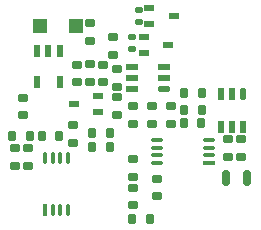
<source format=gtp>
G04*
G04 #@! TF.GenerationSoftware,Altium Limited,Altium Designer,22.6.1 (34)*
G04*
G04 Layer_Color=8421504*
%FSLAX44Y44*%
%MOMM*%
G71*
G04*
G04 #@! TF.SameCoordinates,CFF22713-5BA4-4343-9F65-DF9A29BEA822*
G04*
G04*
G04 #@! TF.FilePolarity,Positive*
G04*
G01*
G75*
G04:AMPARAMS|DCode=16|XSize=0.6mm|YSize=0.9mm|CornerRadius=0.15mm|HoleSize=0mm|Usage=FLASHONLY|Rotation=90.000|XOffset=0mm|YOffset=0mm|HoleType=Round|Shape=RoundedRectangle|*
%AMROUNDEDRECTD16*
21,1,0.6000,0.6000,0,0,90.0*
21,1,0.3000,0.9000,0,0,90.0*
1,1,0.3000,0.3000,0.1500*
1,1,0.3000,0.3000,-0.1500*
1,1,0.3000,-0.3000,-0.1500*
1,1,0.3000,-0.3000,0.1500*
%
%ADD16ROUNDEDRECTD16*%
G04:AMPARAMS|DCode=17|XSize=0.6mm|YSize=0.9mm|CornerRadius=0.15mm|HoleSize=0mm|Usage=FLASHONLY|Rotation=180.000|XOffset=0mm|YOffset=0mm|HoleType=Round|Shape=RoundedRectangle|*
%AMROUNDEDRECTD17*
21,1,0.6000,0.6000,0,0,180.0*
21,1,0.3000,0.9000,0,0,180.0*
1,1,0.3000,-0.1500,0.3000*
1,1,0.3000,0.1500,0.3000*
1,1,0.3000,0.1500,-0.3000*
1,1,0.3000,-0.1500,-0.3000*
%
%ADD17ROUNDEDRECTD17*%
%ADD18R,1.2000X1.2000*%
G04:AMPARAMS|DCode=19|XSize=0.7mm|YSize=1.3mm|CornerRadius=0.175mm|HoleSize=0mm|Usage=FLASHONLY|Rotation=180.000|XOffset=0mm|YOffset=0mm|HoleType=Round|Shape=RoundedRectangle|*
%AMROUNDEDRECTD19*
21,1,0.7000,0.9500,0,0,180.0*
21,1,0.3500,1.3000,0,0,180.0*
1,1,0.3500,-0.1750,0.4750*
1,1,0.3500,0.1750,0.4750*
1,1,0.3500,0.1750,-0.4750*
1,1,0.3500,-0.1750,-0.4750*
%
%ADD19ROUNDEDRECTD19*%
%ADD20R,0.5000X1.0000*%
%ADD21O,1.0000X0.3800*%
%ADD22R,1.0000X0.3800*%
%ADD23R,1.0000X0.5000*%
G04:AMPARAMS|DCode=24|XSize=0.5mm|YSize=1mm|CornerRadius=0mm|HoleSize=0mm|Usage=FLASHONLY|Rotation=90.000|XOffset=0mm|YOffset=0mm|HoleType=Round|Shape=Octagon|*
%AMOCTAGOND24*
4,1,8,-0.5000,-0.1250,-0.5000,0.1250,-0.3750,0.2500,0.3750,0.2500,0.5000,0.1250,0.5000,-0.1250,0.3750,-0.2500,-0.3750,-0.2500,-0.5000,-0.1250,0.0*
%
%ADD24OCTAGOND24*%

%ADD25O,0.3800X1.0000*%
%ADD26R,0.3800X1.0000*%
G04:AMPARAMS|DCode=27|XSize=0.5mm|YSize=0.62mm|CornerRadius=0.0625mm|HoleSize=0mm|Usage=FLASHONLY|Rotation=90.000|XOffset=0mm|YOffset=0mm|HoleType=Round|Shape=RoundedRectangle|*
%AMROUNDEDRECTD27*
21,1,0.5000,0.4950,0,0,90.0*
21,1,0.3750,0.6200,0,0,90.0*
1,1,0.1250,0.2475,0.1875*
1,1,0.1250,0.2475,-0.1875*
1,1,0.1250,-0.2475,-0.1875*
1,1,0.1250,-0.2475,0.1875*
%
%ADD27ROUNDEDRECTD27*%
%ADD28R,0.9000X0.5000*%
G04:AMPARAMS|DCode=29|XSize=0.5mm|YSize=1mm|CornerRadius=0mm|HoleSize=0mm|Usage=FLASHONLY|Rotation=180.000|XOffset=0mm|YOffset=0mm|HoleType=Round|Shape=Octagon|*
%AMOCTAGOND29*
4,1,8,0.1250,-0.5000,-0.1250,-0.5000,-0.2500,-0.3750,-0.2500,0.3750,-0.1250,0.5000,0.1250,0.5000,0.2500,0.3750,0.2500,-0.3750,0.1250,-0.5000,0.0*
%
%ADD29OCTAGOND29*%

D16*
X966943Y800217D02*
D03*
Y815217D02*
D03*
X956021Y765419D02*
D03*
Y780419D02*
D03*
X990311Y761609D02*
D03*
Y776609D02*
D03*
X967197Y780673D02*
D03*
Y765673D02*
D03*
X1024093Y683765D02*
D03*
Y668765D02*
D03*
X1003773Y661279D02*
D03*
Y676279D02*
D03*
X1004027Y700409D02*
D03*
Y685409D02*
D03*
X1019775Y730367D02*
D03*
Y745367D02*
D03*
X986501Y788787D02*
D03*
Y803787D02*
D03*
X990311Y737987D02*
D03*
Y752987D02*
D03*
X978627Y765419D02*
D03*
Y780419D02*
D03*
X1004027Y745113D02*
D03*
Y730113D02*
D03*
X1036285Y730367D02*
D03*
X1036285Y745367D02*
D03*
X952973Y728857D02*
D03*
Y713857D02*
D03*
X914873Y694807D02*
D03*
Y709807D02*
D03*
X903443Y694807D02*
D03*
Y709807D02*
D03*
X1083783Y717427D02*
D03*
Y702427D02*
D03*
X1095213Y717427D02*
D03*
Y702427D02*
D03*
X910968Y737382D02*
D03*
Y752382D02*
D03*
D17*
X984095Y722373D02*
D03*
X969095D02*
D03*
X941423Y720087D02*
D03*
X926423D02*
D03*
X969349Y710435D02*
D03*
X984349D02*
D03*
X916143Y720087D02*
D03*
X901143D02*
D03*
X1046565Y731009D02*
D03*
X1061565D02*
D03*
X1018131Y649729D02*
D03*
X1003131D02*
D03*
X1061819Y742185D02*
D03*
X1046819D02*
D03*
X1046819Y756663D02*
D03*
X1061819D02*
D03*
D18*
X955148Y812797D02*
D03*
X925398D02*
D03*
D19*
X1100653Y684527D02*
D03*
X1082653D02*
D03*
D20*
X922543Y765807D02*
D03*
X941543Y792107D02*
D03*
X932043D02*
D03*
X922543Y792107D02*
D03*
X941543Y765807D02*
D03*
X1087601Y727827D02*
D03*
X1097101Y727777D02*
D03*
X1078101Y755577D02*
D03*
X1087601D02*
D03*
X1078101Y727777D02*
D03*
D21*
X1023683Y716629D02*
D03*
X1023683Y710129D02*
D03*
Y703629D02*
D03*
X1023683Y697129D02*
D03*
X1067683Y716629D02*
D03*
Y710129D02*
D03*
Y703629D02*
D03*
D22*
Y697129D02*
D03*
D23*
X1002623Y768847D02*
D03*
X1002573Y759347D02*
D03*
X1030373Y778347D02*
D03*
Y768847D02*
D03*
X1002573Y778347D02*
D03*
D24*
X1030373Y759347D02*
D03*
D25*
X948753Y701447D02*
D03*
X942253Y701447D02*
D03*
X935753D02*
D03*
X929253Y701447D02*
D03*
X948753Y657447D02*
D03*
X942253D02*
D03*
X935753D02*
D03*
D26*
X929253D02*
D03*
D27*
X1008853Y816687D02*
D03*
Y826687D02*
D03*
X1002503Y803907D02*
D03*
Y793907D02*
D03*
D28*
X1017653Y828437D02*
D03*
Y814937D02*
D03*
X1038153Y821687D02*
D03*
X1012663Y803907D02*
D03*
Y790407D02*
D03*
X1033163Y797157D02*
D03*
X953899Y747011D02*
D03*
X974399Y753761D02*
D03*
Y740261D02*
D03*
D29*
X1097101Y755577D02*
D03*
M02*

</source>
